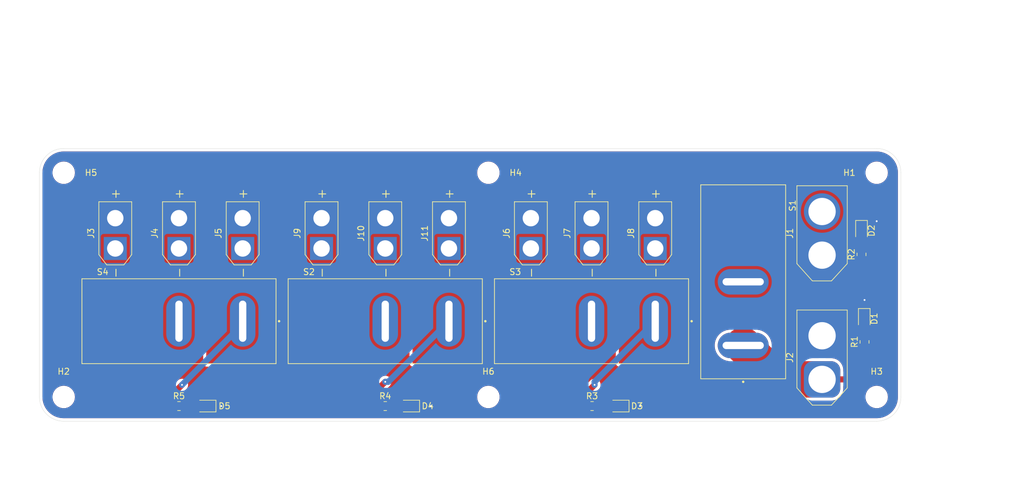
<source format=kicad_pcb>
(kicad_pcb (version 20240108) (generator "pcbnew") (generator_version "8.0")
  (layers (0 "F.Cu" signal) (31 "B.Cu" signal) (34 "B.Paste" user) (35 "F.Paste" user) (36 "B.SilkS" user "B.Silkscreen") (37 "F.SilkS" user "F.Silkscreen") (38 "B.Mask" user) (39 "F.Mask" user) (44 "Edge.Cuts" user))
  (net 0 "")
  (net 1 "Net-(D1-A)")
  (net 2 "GND")
  (net 3 "Net-(D2-A)")
  (net 4 "Net-(D3-A)")
  (net 5 "Net-(D4-A)")
  (net 6 "Net-(D5-A)")
  (net 7 "+24V")
  (net 8 "/24V_MB")
  (net 9 "/24V_MC2")
  (net 10 "/24V_MC0")
  (net 11 "/24V_MC1")
  (footprint "MountingHole:MountingHole_3.2mm_M3" (layer "F.Cu") (at 102 41.5)
    (property "Reference" "H4" (at 4.5 0 0) (layer "F.SilkS"))
    (property "Value" "MountingHole")
    (pad "" np_thru_hole circle (at 0 0) (size 3.2 3.2) (drill 3.2) (layers "*.Cu" "*.Mask"))
  )
  (footprint "LED_SMD:LED_0805_2012Metric" (layer "F.Cu") (at 55.41 80 180)
    (property "Reference" "D5" (at -3.09 0 0) (layer "F.SilkS"))
    (property "Value" "LED")
    (fp_line (start 1 -0.96) (end -1.685 -0.96) (stroke (width 0.12)) (layer "F.SilkS"))
    (fp_line (start -1.685 0.96) (end 1 0.96) (stroke (width 0.12)) (layer "F.SilkS"))
    (fp_line (start -1.685 -0.96) (end -1.685 0.96) (stroke (width 0.12)) (layer "F.SilkS"))
    (pad "1" smd roundrect (at -0.9375 0 180) (size 0.975 1.4) (layers "F.Cu" "F.Paste" "F.Mask") (net 2 "GND"))
    (pad "2" smd roundrect (at 0.9375 0 180) (size 0.975 1.4) (layers "F.Cu" "F.Paste" "F.Mask") (net 6 "Net-(D5-A)"))
  )
  (footprint "Connector_AMASS:AMASS_XT30U-M_1x02_P5.0mm_Vertical" (layer "F.Cu") (at 95.5 54 90)
    (property "Reference" "J11" (at 2.5 -4 90) (layer "F.SilkS"))
    (property "Value" "PWR MC1")
    (fp_line (start 7.71 -2.71) (end 7.71 2.71) (stroke (width 0.12)) (layer "F.SilkS"))
    (fp_line (start -1.01 -2.71) (end 7.71 -2.71) (stroke (width 0.12)) (layer "F.SilkS"))
    (fp_line (start -2.71 -1.41) (end -1.01 -2.71) (stroke (width 0.12)) (layer "F.SilkS"))
    (fp_line (start -2.71 -1.41) (end -2.71 1.41) (stroke (width 0.12)) (layer "F.SilkS"))
    (fp_line (start -2.71 1.41) (end -1.01 2.71) (stroke (width 0.12)) (layer "F.SilkS"))
    (fp_line (start -1.01 2.71) (end 7.71 2.71) (stroke (width 0.12)) (layer "F.SilkS"))
    (fp_text user "+" (at 9 0 90) (layer "F.SilkS") (effects (font (size 1.5 1.5))))
    (fp_text user "-" (at -4 0 90) (layer "F.SilkS") (effects (font (size 1.5 1.5))))
    (pad "1" thru_hole rect (at 0 0 90) (size 3.8 3.8) (drill 2.7) (layers "*.Cu" "*.Mask") (net 11 "/24V_MC1"))
    (pad "2" thru_hole circle (at 5 0 90) (size 3.8 3.8) (drill 2.7) (layers "*.Cu" "*.Mask") (net 2 "GND"))
  )
  (footprint "LED_SMD:LED_0805_2012Metric" (layer "F.Cu") (at 163.5 51.0625 -90)
    (property "Reference" "D2" (at 0 -1.65 90) (layer "F.SilkS"))
    (property "Value" "LED")
    (fp_line (start -1.685 0.96) (end 1 0.96) (stroke (width 0.12)) (layer "F.SilkS"))
    (fp_line (start -1.685 -0.96) (end -1.685 0.96) (stroke (width 0.12)) (layer "F.SilkS"))
    (fp_line (start 1 -0.96) (end -1.685 -0.96) (stroke (width 0.12)) (layer "F.SilkS"))
    (pad "1" smd roundrect (at -0.9375 0 270) (size 0.975 1.4) (layers "F.Cu" "F.Paste" "F.Mask") (net 2 "GND"))
    (pad "2" smd roundrect (at 0.9375 0 270) (size 0.975 1.4) (layers "F.Cu" "F.Paste" "F.Mask") (net 3 "Net-(D2-A)"))
  )
  (footprint "Resistor_SMD:R_0805_2012Metric" (layer "F.Cu") (at 164 69.4125 90)
    (property "Reference" "R1" (at 0 -1.65 90) (layer "F.SilkS"))
    (property "Value" "2.5K")
    (fp_line (start -0.227064 -0.735) (end 0.227064 -0.735) (stroke (width 0.12)) (layer "F.SilkS"))
    (fp_line (start -0.227064 0.735) (end 0.227064 0.735) (stroke (width 0.12)) (layer "F.SilkS"))
    (pad "1" smd roundrect (at -0.9125 0 90) (size 1.025 1.4) (layers "F.Cu" "F.Paste" "F.Mask") (roundrect_rratio 0.243902) (net 8 "/24V_MB"))
    (pad "2" smd roundrect (at 0.9125 0 90) (size 1.025 1.4) (layers "F.Cu" "F.Paste" "F.Mask") (roundrect_rratio 0.243902) (net 1 "Net-(D1-A)"))
  )
  (footprint "SW_RB141C1100:SW_RB141C1100" (layer "F.Cu") (at 144 59.5 -90)
    (property "Reference" "S1" (at -12.575 -8.135 90) (layer "F.SilkS"))
    (property "Value" "RB141C1100")
    (fp_line (start -16 7) (end 16 7) (stroke (width 0.127)) (layer "F.SilkS"))
    (fp_line (start 16 7) (end 16 -7) (stroke (width 0.127)) (layer "F.SilkS"))
    (fp_line (start -16 -7) (end -16 7) (stroke (width 0.127)) (layer "F.SilkS"))
    (fp_line (start 16 -7) (end -16 -7) (stroke (width 0.127)) (layer "F.SilkS"))
    (fp_circle (center 16.5 0) (end 16.6 0) (stroke (width 0.2)) (fill none) (layer "F.SilkS"))
    (pad "1" thru_hole oval (at 10.5 0 270) (size 4.2 8.4) (drill oval 1.2 6.8) (layers "*.Cu" "*.Mask") (net 8 "/24V_MB"))
    (pad "2" thru_hole oval (at 0 0 270) (size 4.2 8.4) (drill oval 1.2 6.8) (layers "*.Cu" "*.Mask") (net 7 "+24V"))
  )
  (footprint "Resistor_SMD:R_0805_2012Metric" (layer "F.Cu") (at 119.0875 80)
    (property "Reference" "R3" (at 0 -1.65 0) (layer "F.SilkS"))
    (property "Value" "2.5K")
    (fp_line (start -0.227064 -0.735) (end 0.227064 -0.735) (stroke (width 0.12)) (layer "F.SilkS"))
    (fp_line (start -0.227064 0.735) (end 0.227064 0.735) (stroke (width 0.12)) (layer "F.SilkS"))
    (pad "1" smd roundrect (at -0.9125 0) (size 1.025 1.4) (layers "F.Cu" "F.Paste" "F.Mask") (roundrect_rratio 0.243902) (net 10 "/24V_MC0"))
    (pad "2" smd roundrect (at 0.9125 0) (size 1.025 1.4) (layers "F.Cu" "F.Paste" "F.Mask") (roundrect_rratio 0.243902) (net 4 "Net-(D3-A)"))
  )
  (footprint "Connector_AMASS:AMASS_XT60-M_1x02_P7.20mm_Vertical" (layer "F.Cu") (at 157 75.6 90)
    (property "Reference" "J2" (at 3.6 -5.3 90) (layer "F.SilkS"))
    (property "Value" "PWR MB")
    (fp_line (start 11.45 -4.15) (end -1.4 -4.15) (stroke (width 0.12)) (layer "F.SilkS"))
    (fp_line (start -1.4 -4.15) (end -4.25 -1.6) (stroke (width 0.12)) (layer "F.SilkS"))
    (fp_line (start -4.25 -1.6) (end -4.25 1.55) (stroke (width 0.12)) (layer "F.SilkS"))
    (fp_line (start -4.25 1.55) (end -1.4 4.15) (stroke (width 0.12)) (layer "F.SilkS"))
    (fp_line (start 11.45 4.15) (end 11.45 -4.15) (stroke (width 0.12)) (layer "F.SilkS"))
    (fp_line (start -1.4 4.15) (end 11.45 4.15) (stroke (width 0.12)) (layer "F.SilkS"))
    (pad "1" thru_hole roundrect (at 0 0 90) (size 6 6) (drill 4.5) (layers "*.Cu" "*.Mask") (net 8 "/24V_MB"))
    (pad "2" thru_hole circle (at 7.2 0 90) (size 6 6) (drill 4.5) (layers "*.Cu" "*.Mask") (net 2 "GND"))
  )
  (footprint "SW_RB141C1100:SW_RB141C1100" (layer "F.Cu") (at 119 66)
    (property "Reference" "S3" (at -12.575 -8.135 0) (layer "F.SilkS"))
    (property "Value" "RB141C1100")
    (fp_line (start -16 -7) (end -16 7) (stroke (width 0.127)) (layer "F.SilkS"))
    (fp_line (start -16 7) (end 16 7) (stroke (width 0.127)) (layer "F.SilkS"))
    (fp_line (start 16 -7) (end -16 -7) (stroke (width 0.127)) (layer "F.SilkS"))
    (fp_line (start 16 7) (end 16 -7) (stroke (width 0.127)) (layer "F.SilkS"))
    (fp_circle (center 16.5 0) (end 16.6 0) (stroke (width 0.2)) (fill none) (layer "F.SilkS"))
    (pad "1" thru_hole oval (at 10.5 0) (size 4.2 8.4) (drill oval 1.2 6.8) (layers "*.Cu" "*.Mask") (net 10 "/24V_MC0"))
    (pad "2" thru_hole oval (at 0 0) (size 4.2 8.4) (drill oval 1.2 6.8) (layers "*.Cu" "*.Mask") (net 7 "+24V"))
  )
  (footprint "Connector_AMASS:AMASS_XT30U-M_1x02_P5.0mm_Vertical" (layer "F.Cu") (at 109 54 90)
    (property "Reference" "J6" (at 2.5 -4 90) (layer "F.SilkS"))
    (property "Value" "PWR MC0")
    (fp_line (start 7.71 -2.71) (end 7.71 2.71) (stroke (width 0.12)) (layer "F.SilkS"))
    (fp_line (start -1.01 -2.71) (end 7.71 -2.71) (stroke (width 0.12)) (layer "F.SilkS"))
    (fp_line (start -2.71 -1.41) (end -1.01 -2.71) (stroke (width 0.12)) (layer "F.SilkS"))
    (fp_line (start -2.71 -1.41) (end -2.71 1.41) (stroke (width 0.12)) (layer "F.SilkS"))
    (fp_line (start -2.71 1.41) (end -1.01 2.71) (stroke (width 0.12)) (layer "F.SilkS"))
    (fp_line (start -1.01 2.71) (end 7.71 2.71) (stroke (width 0.12)) (layer "F.SilkS"))
    (fp_text user "-" (at -4 0 90) (layer "F.SilkS") (effects (font (size 1.5 1.5))))
    (fp_text user "+" (at 9 0 90) (layer "F.SilkS") (effects (font (size 1.5 1.5))))
    (pad "1" thru_hole rect (at 0 0 90) (size 3.8 3.8) (drill 2.7) (layers "*.Cu" "*.Mask") (net 10 "/24V_MC0"))
    (pad "2" thru_hole circle (at 5 0 90) (size 3.8 3.8) (drill 2.7) (layers "*.Cu" "*.Mask") (net 2 "GND"))
  )
  (footprint "Connector_AMASS:AMASS_XT60-M_1x02_P7.20mm_Vertical" (layer "F.Cu") (at 157 55.1 90)
    (property "Reference" "J1" (at 3.6 -5.3 90) (layer "F.SilkS"))
    (property "Value" "Power In")
    (fp_line (start 11.45 -4.15) (end -1.4 -4.15) (stroke (width 0.12)) (layer "F.SilkS"))
    (fp_line (start -1.4 -4.15) (end -4.25 -1.6) (stroke (width 0.12)) (layer "F.SilkS"))
    (fp_line (start -4.25 -1.6) (end -4.25 1.55) (stroke (width 0.12)) (layer "F.SilkS"))
    (fp_line (start -4.25 1.55) (end -1.4 4.15) (stroke (width 0.12)) (layer "F.SilkS"))
    (fp_line (start 11.45 4.15) (end 11.45 -4.15) (stroke (width 0.12)) (layer "F.SilkS"))
    (fp_line (start -1.4 4.15) (end 11.45 4.15) (stroke (width 0.12)) (layer "F.SilkS"))
    (pad "1" thru_hole roundrect (at 0 0 90) (size 6 6) (drill 4.5) (layers "*.Cu" "*.Mask") (net 2 "GND"))
    (pad "2" thru_hole circle (at 7.2 0 90) (size 6 6) (drill 4.5) (layers "*.Cu" "*.Mask") (net 7 "+24V"))
  )
  (footprint "Connector_AMASS:AMASS_XT30U-M_1x02_P5.0mm_Vertical" (layer "F.Cu") (at 61.5 54 90)
    (property "Reference" "J5" (at 2.5 -4 90) (layer "F.SilkS"))
    (property "Value" "PWR MC2")
    (fp_line (start 7.71 -2.71) (end 7.71 2.71) (stroke (width 0.12)) (layer "F.SilkS"))
    (fp_line (start -1.01 -2.71) (end 7.71 -2.71) (stroke (width 0.12)) (layer "F.SilkS"))
    (fp_line (start -2.71 -1.41) (end -1.01 -2.71) (stroke (width 0.12)) (layer "F.SilkS"))
    (fp_line (start -2.71 -1.41) (end -2.71 1.41) (stroke (width 0.12)) (layer "F.SilkS"))
    (fp_line (start -2.71 1.41) (end -1.01 2.71) (stroke (width 0.12)) (layer "F.SilkS"))
    (fp_line (start -1.01 2.71) (end 7.71 2.71) (stroke (width 0.12)) (layer "F.SilkS"))
    (fp_text user "-" (at -4 0 90) (layer "F.SilkS") (effects (font (size 1.5 1.5))))
    (fp_text user "+" (at 9 0 90) (layer "F.SilkS") (effects (font (size 1.5 1.5))))
    (pad "1" thru_hole rect (at 0 0 90) (size 3.8 3.8) (drill 2.7) (layers "*.Cu" "*.Mask") (net 9 "/24V_MC2"))
    (pad "2" thru_hole circle (at 5 0 90) (size 3.8 3.8) (drill 2.7) (layers "*.Cu" "*.Mask") (net 2 "GND"))
  )
  (footprint "MountingHole:MountingHole_3.2mm_M3" (layer "F.Cu") (at 166 78.5)
    (property "Reference" "H3" (at 0 -4.2 0) (layer "F.SilkS"))
    (property "Value" "MountingHole")
    (pad "" np_thru_hole circle (at 0 0) (size 3.2 3.2) (drill 3.2) (layers "*.Cu" "*.Mask"))
  )
  (footprint "MountingHole:MountingHole_3.2mm_M3" (layer "F.Cu") (at 32 41.5)
    (property "Reference" "H5" (at 4.5 0 0) (layer "F.SilkS"))
    (property "Value" "MountingHole")
    (pad "" np_thru_hole circle (at 0 0) (size 3.2 3.2) (drill 3.2) (layers "*.Cu" "*.Mask"))
  )
  (footprint "Resistor_SMD:R_0805_2012Metric" (layer "F.Cu") (at 85 80)
    (property "Reference" "R4" (at 0 -1.65 0) (layer "F.SilkS"))
    (property "Value" "2.5K")
    (fp_line (start -0.227064 -0.735) (end 0.227064 -0.735) (stroke (width 0.12)) (layer "F.SilkS"))
    (fp_line (start -0.227064 0.735) (end 0.227064 0.735) (stroke (width 0.12)) (layer "F.SilkS"))
    (pad "1" smd roundrect (at -0.9125 0) (size 1.025 1.4) (layers "F.Cu" "F.Paste" "F.Mask") (roundrect_rratio 0.243902) (net 11 "/24V_MC1"))
    (pad "2" smd roundrect (at 0.9125 0) (size 1.025 1.4) (layers "F.Cu" "F.Paste" "F.Mask") (roundrect_rratio 0.243902) (net 5 "Net-(D4-A)"))
  )
  (footprint "MountingHole:MountingHole_3.2mm_M3" (layer "F.Cu") (at 32 78.5)
    (property "Reference" "H2" (at 0 -4.2 0) (layer "F.SilkS"))
    (property "Value" "MountingHole")
    (pad "" np_thru_hole circle (at 0 0) (size 3.2 3.2) (drill 3.2) (layers "*.Cu" "*.Mask"))
  )
  (footprint "MountingHole:MountingHole_3.2mm_M3" (layer "F.Cu") (at 102 78.5)
    (property "Reference" "H6" (at 0 -4.2 0) (layer "F.SilkS"))
    (property "Value" "MountingHole")
    (pad "" np_thru_hole circle (at 0 0) (size 3.2 3.2) (drill 3.2) (layers "*.Cu" "*.Mask"))
  )
  (footprint "Connector_AMASS:AMASS_XT30U-M_1x02_P5.0mm_Vertical" (layer "F.Cu") (at 51 54 90)
    (property "Reference" "J4" (at 2.5 -4 90) (layer "F.SilkS"))
    (property "Value" "PWR MC2")
    (fp_line (start 7.71 -2.71) (end 7.71 2.71) (stroke (width 0.12)) (layer "F.SilkS"))
    (fp_line (start -1.01 -2.71) (end 7.71 -2.71) (stroke (width 0.12)) (layer "F.SilkS"))
    (fp_line (start -2.71 -1.41) (end -1.01 -2.71) (stroke (width 0.12)) (layer "F.SilkS"))
    (fp_line (start -2.71 -1.41) (end -2.71 1.41) (stroke (width 0.12)) (layer "F.SilkS"))
    (fp_line (start -2.71 1.41) (end -1.01 2.71) (stroke (width 0.12)) (layer "F.SilkS"))
    (fp_line (start -1.01 2.71) (end 7.71 2.71) (stroke (width 0.12)) (layer "F.SilkS"))
    (fp_text user "-" (at -4 0 90) (layer "F.SilkS") (effects (font (size 1.5 1.5))))
    (fp_text user "+" (at 9 0 90) (layer "F.SilkS") (effects (font (size 1.5 1.5))))
    (pad "1" thru_hole rect (at 0 0 90) (size 3.8 3.8) (drill 2.7) (layers "*.Cu" "*.Mask") (net 9 "/24V_MC2"))
    (pad "2" thru_hole circle (at 5 0 90) (size 3.8 3.8) (drill 2.7) (layers "*.Cu" "*.Mask") (net 2 "GND"))
  )
  (footprint "Connector_AMASS:AMASS_XT30U-M_1x02_P5.0mm_Vertical" (layer "F.Cu") (at 119 54 90)
    (property "Reference" "J7" (at 2.5 -4 90) (layer "F.SilkS"))
    (property "Value" "PWR MC0")
    (fp_line (start 7.71 -2.71) (end 7.71 2.71) (stroke (width 0.12)) (layer "F.SilkS"))
    (fp_line (start -1.01 -2.71) (end 7.71 -2.71) (stroke (width 0.12)) (layer "F.SilkS"))
    (fp_line (start -2.71 -1.41) (end -1.01 -2.71) (stroke (width 0.12)) (layer "F.SilkS"))
    (fp_line (start -2.71 -1.41) (end -2.71 1.41) (stroke (width 0.12)) (layer "F.SilkS"))
    (fp_line (start -2.71 1.41) (end -1.01 2.71) (stroke (width 0.12)) (layer "F.SilkS"))
    (fp_line (start -1.01 2.71) (end 7.71 2.71) (stroke (width 0.12)) (layer "F.SilkS"))
    (fp_text user "+" (at 9 0 90) (layer "F.SilkS") (effects (font (size 1.5 1.5))))
    (fp_text user "-" (at -4 0 90) (layer "F.SilkS") (effects (font (size 1.5 1.5))))
    (pad "1" thru_hole rect (at 0 0 90) (size 3.8 3.8) (drill 2.7) (layers "*.Cu" "*.Mask") (net 10 "/24V_MC0"))
    (pad "2" thru_hole circle (at 5 0 90) (size 3.8 3.8) (drill 2.7) (layers "*.Cu" "*.Mask") (net 2 "GND"))
  )
  (footprint "LED_SMD:LED_0805_2012Metric" (layer "F.Cu") (at 123.4975 80 180)
    (property "Reference" "D3" (at -3.0025 0 0) (layer "F.SilkS"))
    (property "Value" "LED")
    (fp_line (start 1 -0.96) (end -1.685 -0.96) (stroke (width 0.12)) (layer "F.SilkS"))
    (fp_line (start -1.685 0.96) (end 1 0.96) (stroke (width 0.12)) (layer "F.SilkS"))
    (fp_line (start -1.685 -0.96) (end -1.685 0.96) (stroke (width 0.12)) (layer "F.SilkS"))
    (pad "1" smd roundrect (at -0.9375 0 180) (size 0.975 1.4) (layers "F.Cu" "F.Paste" "F.Mask") (net 2 "GND"))
    (pad "2" smd roundrect (at 0.9375 0 180) (size 0.975 1.4) (layers "F.Cu" "F.Paste" "F.Mask") (net 4 "Net-(D3-A)"))
  )
  (footprint "LED_SMD:LED_0805_2012Metric" (layer "F.Cu") (at 88.975 80 180)
    (property "Reference" "D4" (at -3.025 0 0) (layer "F.SilkS"))
    (property "Value" "LED")
    (fp_line (start 1 -0.96) (end -1.685 -0.96) (stroke (width 0.12)) (layer "F.SilkS"))
    (fp_line (start -1.685 0.96) (end 1 0.96) (stroke (width 0.12)) (layer "F.SilkS"))
    (fp_line (start -1.685 -0.96) (end -1.685 0.96) (stroke (width 0.12)) (layer "F.SilkS"))
    (pad "1" smd roundrect (at -0.9375 0 180) (size 0.975 1.4) (layers "F.Cu" "F.Paste" "F.Mask") (net 2 "GND"))
    (pad "2" smd roundrect (at 0.9375 0 180) (size 0.975 1.4) (layers "F.Cu" "F.Paste" "F.Mask") (net 5 "Net-(D4-A)"))
  )
  (footprint "SW_RB141C1100:SW_RB141C1100" (layer "F.Cu") (at 51 66)
    (property "Reference" "S4" (at -12.575 -8.135 0) (layer "F.SilkS"))
    (property "Value" "RB141C1100")
    (fp_line (start -16 -7) (end -16 7) (stroke (width 0.127)) (layer "F.SilkS"))
    (fp_line (start -16 7) (end 16 7) (stroke (width 0.127)) (layer "F.SilkS"))
    (fp_line (start 16 -7) (end -16 -7) (stroke (width 0.127)) (layer "F.SilkS"))
    (fp_line (start 16 7) (end 16 -7) (stroke (width 0.127)) (layer "F.SilkS"))
    (fp_circle (center 16.5 0) (end 16.6 0) (stroke (width 0.2)) (fill none) (layer "F.SilkS"))
    (pad "1" thru_hole oval (at 10.5 0) (size 4.2 8.4) (drill oval 1.2 6.8) (layers "*.Cu" "*.Mask") (net 9 "/24V_MC2"))
    (pad "2" thru_hole oval (at 0 0) (size 4.2 8.4) (drill oval 1.2 6.8) (layers "*.Cu" "*.Mask") (net 7 "+24V"))
  )
  (footprint "Resistor_SMD:R_0805_2012Metric" (layer "F.Cu") (at 51 80)
    (property "Reference" "R5" (at 0 -1.65 0) (layer "F.SilkS"))
    (property "Value" "2.5K")
    (fp_line (start -0.227064 -0.735) (end 0.227064 -0.735) (stroke (width 0.12)) (layer "F.SilkS"))
    (fp_line (start -0.227064 0.735) (end 0.227064 0.735) (stroke (width 0.12)) (layer "F.SilkS"))
    (pad "1" smd roundrect (at -0.9125 0) (size 1.025 1.4) (layers "F.Cu" "F.Paste" "F.Mask") (roundrect_rratio 0.243902) (net 9 "/24V_MC2"))
    (pad "2" smd roundrect (at 0.9125 0) (size 1.025 1.4) (layers "F.Cu" "F.Paste" "F.Mask") (roundrect_rratio 0.243902) (net 6 "Net-(D5-A)"))
  )
  (footprint "LED_SMD:LED_0805_2012Metric" (layer "F.Cu") (at 163.955 65.59 -90)
    (property "Reference" "D1" (at 0 -1.65 90) (layer "F.SilkS"))
    (property "Value" "LED")
    (fp_line (start -1.685 0.96) (end 1 0.96) (stroke (width 0.12)) (layer "F.SilkS"))
    (fp_line (start -1.685 -0.96) (end -1.685 0.96) (stroke (width 0.12)) (layer "F.SilkS"))
    (fp_line (start 1 -0.96) (end -1.685 -0.96) (stroke (width 0.12)) (layer "F.SilkS"))
    (pad "1" smd roundrect (at -0.9375 0 270) (size 0.975 1.4) (layers "F.Cu" "F.Paste" "F.Mask") (net 2 "GND"))
    (pad "2" smd roundrect (at 0.9375 0 270) (size 0.975 1.4) (layers "F.Cu" "F.Paste" "F.Mask") (net 1 "Net-(D1-A)"))
  )
  (footprint "SW_RB141C1100:SW_RB141C1100" (layer "F.Cu") (at 85 66)
    (property "Reference" "S2" (at -12.575 -8.135 0) (layer "F.SilkS"))
    (property "Value" "RB141C1100")
    (fp_line (start -16 -7) (end -16 7) (stroke (width 0.127)) (layer "F.SilkS"))
    (fp_line (start -16 7) (end 16 7) (stroke (width 0.127)) (layer "F.SilkS"))
    (fp_line (start 16 -7) (end -16 -7) (stroke (width 0.127)) (layer "F.SilkS"))
    (fp_line (start 16 7) (end 16 -7) (stroke (width 0.127)) (layer "F.SilkS"))
    (fp_circle (center 16.5 0) (end 16.6 0) (stroke (width 0.2)) (fill none) (layer "F.SilkS"))
    (pad "1" thru_hole oval (at 10.5 0) (size 4.2 8.4) (drill oval 1.2 6.8) (layers "*.Cu" "*.Mask") (net 11 "/24V_MC1"))
    (pad "2" thru_hole oval (at 0 0) (size 4.2 8.4) (drill oval 1.2 6.8) (layers "*.Cu" "*.Mask") (net 7 "+24V"))
  )
  (footprint "MountingHole:MountingHole_3.2mm_M3" (layer "F.Cu") (at 166 41.5)
    (property "Reference" "H1" (at -4.5 0 0) (layer "F.SilkS"))
    (property "Value" "MountingHole")
    (pad "" np_thru_hole circle (at 0 0) (size 3.2 3.2) (drill 3.2) (layers "*.Cu" "*.Mask"))
  )
  (footprint "Connector_AMASS:AMASS_XT30U-M_1x02_P5.0mm_Vertical" (layer "F.Cu") (at 40.5 54 90)
    (property "Reference" "J3" (at 2.5 -4 90) (layer "F.SilkS"))
    (property "Value" "PWR MC2")
    (fp_line (start 7.71 -2.71) (end 7.71 2.71) (stroke (width 0.12)) (layer "F.SilkS"))
    (fp_line (start -1.01 -2.71) (end 7.71 -2.71) (stroke (width 0.12)) (layer "F.SilkS"))
    (fp_line (start -2.71 -1.41) (end -1.01 -2.71) (stroke (width 0.12)) (layer "F.SilkS"))
    (fp_line (start -2.71 -1.41) (end -2.71 1.41) (stroke (width 0.12)) (layer "F.SilkS"))
    (fp_line (start -2.71 1.41) (end -1.01 2.71) (stroke (width 0.12)) (layer "F.SilkS"))
    (fp_line (start -1.01 2.71) (end 7.71 2.71) (stroke (width 0.12)) (layer "F.SilkS"))
    (fp_text user "-" (at -4 0 90) (layer "F.SilkS") (effects (font (size 1.5 1.5))))
    (fp_text user "+" (at 9 0 90) (layer "F.SilkS") (effects (font (size 1.5 1.5))))
    (pad "1" thru_hole rect (at 0 0 90) (size 3.8 3.8) (drill 2.7) (layers "*.Cu" "*.Mask") (net 9 "/24V_MC2"))
    (pad "2" thru_hole circle (at 5 0 90) (size 3.8 3.8) (drill 2.7) (layers "*.Cu" "*.Mask") (net 2 "GND"))
  )
  (footprint "Resistor_SMD:R_0805_2012Metric" (layer "F.Cu") (at 163.5 54.9725 90)
    (property "Reference" "R2" (at 0 -1.65 90) (layer "F.SilkS"))
    (property "Value" "2.5K")
    (fp_line (start -0.227064 -0.735) (end 0.227064 -0.735) (stroke (width 0.12)) (layer "F.SilkS"))
    (fp_line (start -0.227064 0.735) (end 0.227064 0.735) (stroke (width 0.12)) (layer "F.SilkS"))
    (pad "1" smd roundrect (at -0.9125 0 90) (size 1.025 1.4) (layers "F.Cu" "F.Paste" "F.Mask") (roundrect_rratio 0.243902) (net 7 "+24V"))
    (pad "2" smd roundrect (at 0.9125 0 90) (size 1.025 1.4) (layers "F.Cu" "F.Paste" "F.Mask") (roundrect_rratio 0.243902) (net 3 "Net-(D2-A)"))
  )
  (footprint "Connector_AMASS:AMASS_XT30U-M_1x02_P5.0mm_Vertical" (layer "F.Cu") (at 129.5 54 90)
    (property "Reference" "J8" (at 2.5 -4 90) (layer "F.SilkS"))
    (property "Value" "PWR MC0")
    (fp_line (start 7.71 -2.71) (end 7.71 2.71) (stroke (width 0.12)) (layer "F.SilkS"))
    (fp_line (start -1.01 -2.71) (end 7.71 -2.71) (stroke (width 0.12)) (layer "F.SilkS"))
    (fp_line (start -2.71 -1.41) (end -1.01 -2.71) (stroke (width 0.12)) (layer "F.SilkS"))
    (fp_line (start -2.71 -1.41) (end -2.71 1.41) (stroke (width 0.12)) (layer "F.SilkS"))
    (fp_line (start -2.71 1.41) (end -1.01 2.71) (stroke (width 0.12)) (layer "F.SilkS"))
    (fp_line (start -1.01 2.71) (end 7.71 2.71) (stroke (width 0.12)) (layer "F.SilkS"))
    (fp_text user "-" (at -4 0 90) (layer "F.SilkS") (effects (font (size 1.5 1.5))))
    (fp_text user "+" (at 9 0 90) (layer "F.SilkS") (effects (font (size 1.5 1.5))))
    (pad "1" thru_hole rect (at 0 0 90) (size 3.8 3.8) (drill 2.7) (layers "*.Cu" "*.Mask") (net 10 "/24V_MC0"))
    (pad "2" thru_hole circle (at 5 0 90) (size 3.8 3.8) (drill 2.7) (layers "*.Cu" "*.Mask") (net 2 "GND"))
  )
  (footprint "Connector_AMASS:AMASS_XT30U-M_1x02_P5.0mm_Vertical" (layer "F.Cu") (at 85 54 90)
    (property "Reference" "J10" (at 2.5 -4 90) (layer "F.SilkS"))
    (property "Value" "PWR MC1")
    (fp_line (start 7.71 -2.71) (end 7.71 2.71) (stroke (width 0.12)) (layer "F.SilkS"))
    (fp_line (start -1.01 -2.71) (end 7.71 -2.71) (stroke (width 0.12)) (layer "F.SilkS"))
    (fp_line (start -2.71 -1.41) (end -1.01 -2.71) (stroke (width 0.12)) (layer "F.SilkS"))
    (fp_line (start -2.71 -1.41) (end -2.71 1.41) (stroke (width 0.12)) (layer "F.SilkS"))
    (fp_line (start -2.71 1.41) (end -1.01 2.71) (stroke (width 0.12)) (layer "F.SilkS"))
    (fp_line (start -1.01 2.71) (end 7.71 2.71) (stroke (width 0.12)) (layer "F.SilkS"))
    (fp_text user "+" (at 9 0 90) (layer "F.SilkS") (effects (font (size 1.5 1.5))))
    (fp_text user "-" (at -4 0 90) (layer "F.SilkS") (effects (font (size 1.5 1.5))))
    (pad "1" thru_hole rect (at 0 0 90) (size 3.8 3.8) (drill 2.7) (layers "*.Cu" "*.Mask") (net 11 "/24V_MC1"))
    (pad "2" thru_hole circle (at 5 0 90) (size 3.8 3.8) (drill 2.7) (layers "*.Cu" "*.Mask") (net 2 "GND"))
  )
  (footprint "Connector_AMASS:AMASS_XT30U-M_1x02_P5.0mm_Vertical" (layer "F.Cu") (at 74.5 54 90)
    (property "Reference" "J9" (at 2.5 -4 90) (layer "F.SilkS"))
    (property "Value" "PWR MC1")
    (fp_line (start 7.71 -2.71) (end 7.71 2.71) (stroke (width 0.12)) (layer "F.SilkS"))
    (fp_line (start -1.01 -2.71) (end 7.71 -2.71) (stroke (width 0.12)) (layer "F.SilkS"))
    (fp_line (start -2.71 -1.41) (end -1.01 -2.71) (stroke (width 0.12)) (layer "F.SilkS"))
    (fp_line (start -2.71 -1.41) (end -2.71 1.41) (stroke (width 0.12)) (layer "F.SilkS"))
    (fp_line (start -2.71 1.41) (end -1.01 2.71) (stroke (width 0.12)) (layer "F.SilkS"))
    (fp_line (start -1.01 2.71) (end 7.71 2.71) (stroke (width 0.12)) (layer "F.SilkS"))
    (fp_text user "-" (at -4 0 90) (layer "F.SilkS") (effects (font (size 1.5 1.5))))
    (fp_text user "+" (at 9 0 90) (layer "F.SilkS") (effects (font (size 1.5 1.5))))
    (pad "1" thru_hole rect (at 0 0 90) (size 3.8 3.8) (drill 2.7) (layers "*.Cu" "*.Mask") (net 11 "/24V_MC1"))
    (pad "2" thru_hole circle (at 5 0 90) (size 3.8 3.8) (drill 2.7) (layers "*.Cu" "*.Mask") (net 2 "GND"))
  )
  (gr_arc (start 166 37.5) (mid 168.828427 38.671573) (end 170 41.5) (stroke (width 0.05)) (layer "Edge.Cuts"))
  (gr_arc (start 32 82.5) (mid 29.171573 81.328427) (end 28 78.5) (stroke (width 0.05)) (layer "Edge.Cuts"))
  (gr_line (start 28 41.5) (end 28 78.5) (stroke (width 0.05)) (layer "Edge.Cuts"))
  (gr_line (start 170 78.5) (end 170 41.5) (stroke (width 0.05)) (layer "Edge.Cuts"))
  (gr_arc (start 170 78.5) (mid 168.828427 81.328427) (end 166 82.5) (stroke (width 0.05)) (layer "Edge.Cuts"))
  (gr_line (start 166 37.5) (end 32 37.5) (stroke (width 0.05)) (layer "Edge.Cuts"))
  (gr_arc (start 28 41.5) (mid 29.171573 38.671573) (end 32 37.5) (stroke (width 0.05)) (layer "Edge.Cuts"))
  (gr_line (start 32 82.5) (end 166 82.5) (stroke (width 0.05)) (layer "Edge.Cuts"))
  (segment (start 163.955 66.5275) (end 163.955 68.455) (width 1) (layer "F.Cu") (net 1))
  (segment (start 163.955 68.455) (end 164 68.5) (width 1) (layer "F.Cu") (net 1))
  (segment (start 56.3475 80) (end 58 80) (width 1) (layer "F.Cu") (net 2))
  (segment (start 165.375 50.125) (end 166 49.5) (width 1) (layer "F.Cu") (net 2))
  (segment (start 163.955 64.6525) (end 163.955 62.545) (width 1) (layer "F.Cu") (net 2))
  (segment (start 124.435 80) (end 127 80) (width 1) (layer "F.Cu") (net 2))
  (segment (start 163.5 50.125) (end 165.375 50.125) (width 1) (layer "F.Cu") (net 2))
  (segment (start 89.9125 80) (end 92.5 80) (width 1) (layer "F.Cu") (net 2))
  (segment (start 163.955 62.545) (end 164 62.5) (width 1) (layer "F.Cu") (net 2))
  (via (at 127 80) (size 0.6) (drill 0.3) (layers "F.Cu" "B.Cu") (net 2))
  (via (at 166 49.5) (size 0.6) (drill 0.3) (layers "F.Cu" "B.Cu") (net 2))
  (via (at 58 80) (size 0.6) (drill 0.3) (layers "F.Cu" "B.Cu") (net 2))
  (via (at 92.5 80) (size 0.6) (drill 0.3) (layers "F.Cu" "B.Cu") (net 2))
  (via (at 164 62.5) (size 0.6) (drill 0.3) (layers "F.Cu" "B.Cu") (net 2))
  (segment (start 163.5 54.06) (end 163.5 52) (width 1) (layer "F.Cu") (net 3))
  (segment (start 120 80) (end 122.56 80) (width 1) (layer "F.Cu") (net 4))
  (segment (start 88.0375 80) (end 85.9125 80) (width 1) (layer "F.Cu") (net 5))
  (segment (start 54.4725 80) (end 51.9125 80) (width 1) (layer "F.Cu") (net 6))
  (segment (start 160.9 75.6) (end 157 75.6) (width 1) (layer "F.Cu") (net 8))
  (segment (start 164 70.325) (end 164 72.5) (width 1) (layer "F.Cu") (net 8))
  (segment (start 144 70) (end 149.6 75.6) (width 6) (layer "F.Cu") (net 8))
  (segment (start 149.6 75.6) (end 157 75.6) (width 6) (layer "F.Cu") (net 8))
  (segment (start 164 72.5) (end 160.9 75.6) (width 1) (layer "F.Cu") (net 8))
  (segment (start 50.0875 77.9125) (end 51.5 76.5) (width 1) (layer "F.Cu") (net 9))
  (segment (start 50.0875 80) (end 50.0875 77.9125) (width 1) (layer "F.Cu") (net 9))
  (via (at 51.5 76.5) (size 0.6) (drill 0.3) (layers "F.Cu" "B.Cu") (net 9))
  (segment (start 51.5 76.5) (end 61.5 66.5) (width 1) (layer "B.Cu") (net 9))
  (segment (start 61.5 66.5) (end 61.5 66) (width 1) (layer "B.Cu") (net 9))
  (segment (start 118.175 80) (end 118.175 77.825) (width 1) (layer "F.Cu") (net 10))
  (segment (start 118.175 77.825) (end 119.5 76.5) (width 1) (layer "F.Cu") (net 10))
  (via (at 119.5 76.5) (size 0.6) (drill 0.3) (layers "F.Cu" "B.Cu") (net 10))
  (segment (start 119.5 76.5) (end 119.5 76) (width 1) (layer "B.Cu") (net 10))
  (segment (start 119.5 76) (end 129.5 66) (width 1) (layer "B.Cu") (net 10))
  (segment (start 84.0875 76.9125) (end 85 76) (width 1) (layer "F.Cu") (net 11))
  (segment (start 84.0875 80) (end 84.0875 76.9125) (width 1) (layer "F.Cu") (net 11))
  (via (at 85 76) (size 0.6) (drill 0.3) (layers "F.Cu" "B.Cu") (net 11))
  (segment (start 85 76) (end 85.5 76) (width 1) (layer "B.Cu") (net 11))
  (segment (start 85.5 76) (end 95.5 66) (width 1) (layer "B.Cu") (net 11))
  (zone (net 11) (net_name "/24V_MC1") (layer "F.Cu") (priority 2) (connect_pads yes (clearance 0.5)) (min_thickness 0.25) (fill yes (thermal_gap 0.5) (thermal_bridge_width 0.5))
    (polygon (pts (xy 101 45.5) (xy 101 73) (xy 89.5 73) (xy 89.5 60.5) (xy 69 60.5) (xy 69 45.5)))
  )
  (zone (net 7) (net_name "+24V") (layer "F.Cu") (connect_pads yes (clearance 0.5)) (min_thickness 0.25) (fill yes (thermal_gap 0.5) (thermal_bridge_width 0.5))
    (polygon (pts (xy 24.5 32) (xy 183.5 32.5) (xy 183.5 93) (xy 24.5 91)))
  )
  (zone (net 9) (net_name "/24V_MC2") (layer "F.Cu") (priority 2) (connect_pads yes (clearance 0.5)) (min_thickness 0.25) (fill yes (thermal_gap 0.5) (thermal_bridge_width 0.5))
    (polygon (pts (xy 67 45.5) (xy 67 73) (xy 55.5 73) (xy 55.5 60.5) (xy 35 60.5) (xy 35 45.5)))
  )
  (zone (net 10) (net_name "/24V_MC0") (layer "F.Cu") (priority 2) (connect_pads yes (clearance 0.5)) (min_thickness 0.25) (fill yes (thermal_gap 0.5) (thermal_bridge_width 0.5))
    (polygon (pts (xy 135 45.5) (xy 135 73) (xy 123.5 73) (xy 123.5 60.5) (xy 103 60.5) (xy 103 45.5)))
  )
  (zone (net 2) (net_name "GND") (layer "B.Cu") (priority 1) (connect_pads yes (clearance 0.5)) (min_thickness 0.25) (fill yes (thermal_gap 0.5) (thermal_bridge_width 0.5))
    (polygon (pts (xy 184 31) (xy 184.5 94) (xy 21.5 92.5) (xy 23 30.5)))
  )
)
</source>
